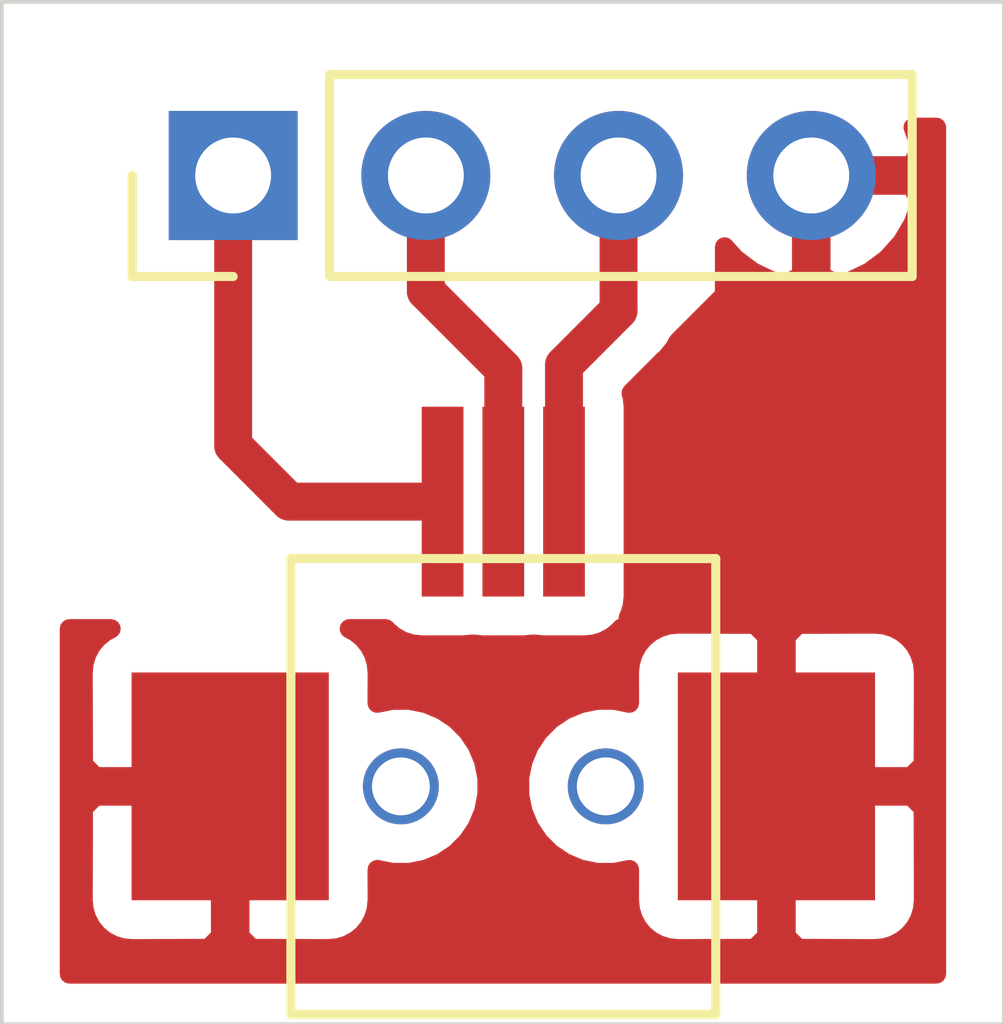
<source format=kicad_pcb>
(kicad_pcb (version 20171130) (host pcbnew "(5.1.9)-1")

  (general
    (thickness 1.6)
    (drawings 4)
    (tracks 9)
    (zones 0)
    (modules 2)
    (nets 5)
  )

  (page A4)
  (layers
    (0 F.Cu signal)
    (31 B.Cu signal)
    (32 B.Adhes user)
    (33 F.Adhes user)
    (34 B.Paste user)
    (35 F.Paste user)
    (36 B.SilkS user)
    (37 F.SilkS user)
    (38 B.Mask user)
    (39 F.Mask user)
    (40 Dwgs.User user)
    (41 Cmts.User user hide)
    (42 Eco1.User user)
    (43 Eco2.User user)
    (44 Edge.Cuts user)
    (45 Margin user)
    (46 B.CrtYd user)
    (47 F.CrtYd user)
    (48 B.Fab user)
    (49 F.Fab user)
  )

  (setup
    (last_trace_width 0.5)
    (user_trace_width 0.25)
    (user_trace_width 0.5)
    (user_trace_width 0.75)
    (user_trace_width 1)
    (trace_clearance 0.2)
    (zone_clearance 0.508)
    (zone_45_only no)
    (trace_min 0.2)
    (via_size 0.8)
    (via_drill 0.4)
    (via_min_size 0.4)
    (via_min_drill 0.3)
    (uvia_size 0.3)
    (uvia_drill 0.1)
    (uvias_allowed no)
    (uvia_min_size 0.2)
    (uvia_min_drill 0.1)
    (edge_width 0.05)
    (segment_width 0.2)
    (pcb_text_width 0.3)
    (pcb_text_size 1.5 1.5)
    (mod_edge_width 0.12)
    (mod_text_size 1 1)
    (mod_text_width 0.15)
    (pad_size 1.524 1.524)
    (pad_drill 0.762)
    (pad_to_mask_clearance 0)
    (aux_axis_origin 0 0)
    (visible_elements FFFFFF7F)
    (pcbplotparams
      (layerselection 0x010fc_ffffffff)
      (usegerberextensions false)
      (usegerberattributes true)
      (usegerberadvancedattributes true)
      (creategerberjobfile true)
      (excludeedgelayer true)
      (linewidth 0.100000)
      (plotframeref false)
      (viasonmask false)
      (mode 1)
      (useauxorigin false)
      (hpglpennumber 1)
      (hpglpenspeed 20)
      (hpglpendiameter 15.000000)
      (psnegative false)
      (psa4output false)
      (plotreference true)
      (plotvalue true)
      (plotinvisibletext false)
      (padsonsilk false)
      (subtractmaskfromsilk false)
      (outputformat 1)
      (mirror false)
      (drillshape 0)
      (scaleselection 1)
      (outputdirectory "plots/"))
  )

  (net 0 "")
  (net 1 "Net-(J1-Pad4)")
  (net 2 "Net-(J1-Pad3)")
  (net 3 "Net-(J1-Pad2)")
  (net 4 "Net-(J1-Pad1)")

  (net_class Default "This is the default net class."
    (clearance 0.2)
    (trace_width 0.25)
    (via_dia 0.8)
    (via_drill 0.4)
    (uvia_dia 0.3)
    (uvia_drill 0.1)
    (add_net "Net-(J1-Pad1)")
    (add_net "Net-(J1-Pad2)")
    (add_net "Net-(J1-Pad3)")
    (add_net "Net-(J1-Pad4)")
  )

  (module prints:MQ172-3pin (layer F.Cu) (tedit 6134BBD3) (tstamp 61351DC5)
    (at 174.249 113.963)
    (path /6134C7D8)
    (fp_text reference J2 (at 11.684 -12.454) (layer Cmts.User)
      (effects (font (size 1 1) (thickness 0.15)))
    )
    (fp_text value MQ172-3pin (at 11.684 -13.454) (layer Cmts.User)
      (effects (font (size 1 1) (thickness 0.15)))
    )
    (fp_line (start -6 3) (end 6 3) (layer F.CrtYd) (width 0.12))
    (fp_line (start -6 -6) (end -6 3) (layer F.CrtYd) (width 0.12))
    (fp_line (start 6 -6) (end -6 -6) (layer F.CrtYd) (width 0.12))
    (fp_line (start 6 3) (end 6 -6) (layer F.CrtYd) (width 0.12))
    (fp_line (start 2.8 3) (end -2.8 3) (layer F.SilkS) (width 0.12))
    (fp_line (start -2.8 -3) (end 2.8 -3) (layer F.SilkS) (width 0.12))
    (fp_line (start 2.8 -3) (end 2.8 3) (layer F.SilkS) (width 0.12))
    (fp_line (start -2.8 -3) (end -2.8 3) (layer F.SilkS) (width 0.12))
    (pad 1 smd rect (at -0.8 -3.75) (size 0.55 2.5) (layers F.Cu F.Paste F.Mask)
      (net 4 "Net-(J1-Pad1)"))
    (pad 3 smd rect (at 0.8 -3.75) (size 0.55 2.5) (layers F.Cu F.Paste F.Mask)
      (net 2 "Net-(J1-Pad3)"))
    (pad 2 smd rect (at 0 -3.75) (size 0.55 2.5) (layers F.Cu F.Paste F.Mask)
      (net 3 "Net-(J1-Pad2)"))
    (pad 0 smd rect (at -3.6 0) (size 2.6 3) (layers F.Cu F.Paste F.Mask)
      (net 1 "Net-(J1-Pad4)"))
    (pad 0 smd rect (at 3.6 0) (size 2.6 3) (layers F.Cu F.Paste F.Mask)
      (net 1 "Net-(J1-Pad4)"))
    (pad "" np_thru_hole circle (at 1.35 0) (size 1 1) (drill 0.762) (layers *.Cu *.Mask))
    (pad "" np_thru_hole circle (at -1.35 0) (size 1 1) (drill 0.762) (layers *.Cu *.Mask))
  )

  (module Connector_PinHeader_2.54mm:PinHeader_1x04_P2.54mm_Vertical (layer F.Cu) (tedit 59FED5CC) (tstamp 61351DB2)
    (at 170.688 105.918 90)
    (descr "Through hole straight pin header, 1x04, 2.54mm pitch, single row")
    (tags "Through hole pin header THT 1x04 2.54mm single row")
    (path /6134D62A)
    (fp_text reference J1 (at 0 -2.33 90) (layer Cmts.User)
      (effects (font (size 1 1) (thickness 0.15)))
    )
    (fp_text value Conn_01x04 (at 0 9.95 90) (layer Cmts.User)
      (effects (font (size 1 1) (thickness 0.15)))
    )
    (fp_text user %R (at 0 3.81) (layer Cmts.User)
      (effects (font (size 1 1) (thickness 0.15)))
    )
    (fp_line (start -0.635 -1.27) (end 1.27 -1.27) (layer F.Fab) (width 0.1))
    (fp_line (start 1.27 -1.27) (end 1.27 8.89) (layer F.Fab) (width 0.1))
    (fp_line (start 1.27 8.89) (end -1.27 8.89) (layer F.Fab) (width 0.1))
    (fp_line (start -1.27 8.89) (end -1.27 -0.635) (layer F.Fab) (width 0.1))
    (fp_line (start -1.27 -0.635) (end -0.635 -1.27) (layer F.Fab) (width 0.1))
    (fp_line (start -1.33 8.95) (end 1.33 8.95) (layer F.SilkS) (width 0.12))
    (fp_line (start -1.33 1.27) (end -1.33 8.95) (layer F.SilkS) (width 0.12))
    (fp_line (start 1.33 1.27) (end 1.33 8.95) (layer F.SilkS) (width 0.12))
    (fp_line (start -1.33 1.27) (end 1.33 1.27) (layer F.SilkS) (width 0.12))
    (fp_line (start -1.33 0) (end -1.33 -1.33) (layer F.SilkS) (width 0.12))
    (fp_line (start -1.33 -1.33) (end 0 -1.33) (layer F.SilkS) (width 0.12))
    (fp_line (start -1.8 -1.8) (end -1.8 9.4) (layer F.CrtYd) (width 0.05))
    (fp_line (start -1.8 9.4) (end 1.8 9.4) (layer F.CrtYd) (width 0.05))
    (fp_line (start 1.8 9.4) (end 1.8 -1.8) (layer F.CrtYd) (width 0.05))
    (fp_line (start 1.8 -1.8) (end -1.8 -1.8) (layer F.CrtYd) (width 0.05))
    (pad 4 thru_hole oval (at 0 7.62 90) (size 1.7 1.7) (drill 1) (layers *.Cu *.Mask)
      (net 1 "Net-(J1-Pad4)"))
    (pad 3 thru_hole oval (at 0 5.08 90) (size 1.7 1.7) (drill 1) (layers *.Cu *.Mask)
      (net 2 "Net-(J1-Pad3)"))
    (pad 2 thru_hole oval (at 0 2.54 90) (size 1.7 1.7) (drill 1) (layers *.Cu *.Mask)
      (net 3 "Net-(J1-Pad2)"))
    (pad 1 thru_hole rect (at 0 0 90) (size 1.7 1.7) (drill 1) (layers *.Cu *.Mask)
      (net 4 "Net-(J1-Pad1)"))
    (model ${KISYS3DMOD}/Connector_PinHeader_2.54mm.3dshapes/PinHeader_1x04_P2.54mm_Vertical.wrl
      (at (xyz 0 0 0))
      (scale (xyz 1 1 1))
      (rotate (xyz 0 0 0))
    )
  )

  (gr_line (start 180.848 103.632) (end 180.848 117.094) (layer Edge.Cuts) (width 0.05) (tstamp 61351EBD))
  (gr_line (start 167.64 103.632) (end 180.848 103.632) (layer Edge.Cuts) (width 0.05))
  (gr_line (start 167.64 117.094) (end 167.64 103.632) (layer Edge.Cuts) (width 0.05))
  (gr_line (start 180.848 117.094) (end 167.64 117.094) (layer Edge.Cuts) (width 0.05))

  (segment (start 175.049 110.213) (end 175.049 108.415) (width 0.5) (layer F.Cu) (net 2))
  (segment (start 175.768 107.696) (end 175.768 105.918) (width 0.5) (layer F.Cu) (net 2))
  (segment (start 175.049 108.415) (end 175.768 107.696) (width 0.5) (layer F.Cu) (net 2))
  (segment (start 174.249 108.463) (end 174.249 110.213) (width 0.5) (layer F.Cu) (net 3))
  (segment (start 173.228 107.442) (end 174.249 108.463) (width 0.5) (layer F.Cu) (net 3))
  (segment (start 173.228 105.918) (end 173.228 107.442) (width 0.5) (layer F.Cu) (net 3))
  (segment (start 173.449 110.213) (end 171.427 110.213) (width 0.5) (layer F.Cu) (net 4))
  (segment (start 170.688 109.474) (end 170.688 105.918) (width 0.5) (layer F.Cu) (net 4))
  (segment (start 171.427 110.213) (end 170.688 109.474) (width 0.5) (layer F.Cu) (net 4))

  (zone (net 1) (net_name "Net-(J1-Pad4)") (layer F.Cu) (tstamp 0) (hatch edge 0.508)
    (connect_pads (clearance 0.508))
    (min_thickness 0.254)
    (fill yes (arc_segments 32) (thermal_gap 0.508) (thermal_bridge_width 0.508))
    (polygon
      (pts
        (xy 180.086 116.84) (xy 168.402 116.84) (xy 168.402 111.76) (xy 175.768 111.76) (xy 175.768 108.712)
        (xy 177.038 107.442) (xy 177.038 105.156) (xy 180.086 105.156)
      )
    )
    (filled_polygon
      (pts
        (xy 179.959 116.434) (xy 168.529 116.434) (xy 168.529 115.463) (xy 168.710928 115.463) (xy 168.723188 115.587482)
        (xy 168.759498 115.70718) (xy 168.818463 115.817494) (xy 168.897815 115.914185) (xy 168.994506 115.993537) (xy 169.10482 116.052502)
        (xy 169.224518 116.088812) (xy 169.349 116.101072) (xy 170.36325 116.098) (xy 170.522 115.93925) (xy 170.522 114.09)
        (xy 168.87275 114.09) (xy 168.714 114.24875) (xy 168.710928 115.463) (xy 168.529 115.463) (xy 168.529 111.887)
        (xy 169.07956 111.887) (xy 168.994506 111.932463) (xy 168.897815 112.011815) (xy 168.818463 112.108506) (xy 168.759498 112.21882)
        (xy 168.723188 112.338518) (xy 168.710928 112.463) (xy 168.714 113.67725) (xy 168.87275 113.836) (xy 170.522 113.836)
        (xy 170.522 113.816) (xy 170.776 113.816) (xy 170.776 113.836) (xy 170.796 113.836) (xy 170.796 114.09)
        (xy 170.776 114.09) (xy 170.776 115.93925) (xy 170.93475 116.098) (xy 171.949 116.101072) (xy 172.073482 116.088812)
        (xy 172.19318 116.052502) (xy 172.303494 115.993537) (xy 172.400185 115.914185) (xy 172.479537 115.817494) (xy 172.538502 115.70718)
        (xy 172.574812 115.587482) (xy 172.587072 115.463) (xy 172.586047 115.057986) (xy 172.787212 115.098) (xy 173.010788 115.098)
        (xy 173.230067 115.054383) (xy 173.436624 114.968824) (xy 173.62252 114.844612) (xy 173.780612 114.68652) (xy 173.904824 114.500624)
        (xy 173.990383 114.294067) (xy 174.034 114.074788) (xy 174.034 113.851212) (xy 174.464 113.851212) (xy 174.464 114.074788)
        (xy 174.507617 114.294067) (xy 174.593176 114.500624) (xy 174.717388 114.68652) (xy 174.87548 114.844612) (xy 175.061376 114.968824)
        (xy 175.267933 115.054383) (xy 175.487212 115.098) (xy 175.710788 115.098) (xy 175.911953 115.057986) (xy 175.910928 115.463)
        (xy 175.923188 115.587482) (xy 175.959498 115.70718) (xy 176.018463 115.817494) (xy 176.097815 115.914185) (xy 176.194506 115.993537)
        (xy 176.30482 116.052502) (xy 176.424518 116.088812) (xy 176.549 116.101072) (xy 177.56325 116.098) (xy 177.722 115.93925)
        (xy 177.722 114.09) (xy 177.976 114.09) (xy 177.976 115.93925) (xy 178.13475 116.098) (xy 179.149 116.101072)
        (xy 179.273482 116.088812) (xy 179.39318 116.052502) (xy 179.503494 115.993537) (xy 179.600185 115.914185) (xy 179.679537 115.817494)
        (xy 179.738502 115.70718) (xy 179.774812 115.587482) (xy 179.787072 115.463) (xy 179.784 114.24875) (xy 179.62525 114.09)
        (xy 177.976 114.09) (xy 177.722 114.09) (xy 177.702 114.09) (xy 177.702 113.836) (xy 177.722 113.836)
        (xy 177.722 111.98675) (xy 177.976 111.98675) (xy 177.976 113.836) (xy 179.62525 113.836) (xy 179.784 113.67725)
        (xy 179.787072 112.463) (xy 179.774812 112.338518) (xy 179.738502 112.21882) (xy 179.679537 112.108506) (xy 179.600185 112.011815)
        (xy 179.503494 111.932463) (xy 179.39318 111.873498) (xy 179.273482 111.837188) (xy 179.149 111.824928) (xy 178.13475 111.828)
        (xy 177.976 111.98675) (xy 177.722 111.98675) (xy 177.56325 111.828) (xy 176.549 111.824928) (xy 176.424518 111.837188)
        (xy 176.30482 111.873498) (xy 176.194506 111.932463) (xy 176.097815 112.011815) (xy 176.018463 112.108506) (xy 175.959498 112.21882)
        (xy 175.923188 112.338518) (xy 175.910928 112.463) (xy 175.911953 112.868014) (xy 175.710788 112.828) (xy 175.487212 112.828)
        (xy 175.267933 112.871617) (xy 175.061376 112.957176) (xy 174.87548 113.081388) (xy 174.717388 113.23948) (xy 174.593176 113.425376)
        (xy 174.507617 113.631933) (xy 174.464 113.851212) (xy 174.034 113.851212) (xy 173.990383 113.631933) (xy 173.904824 113.425376)
        (xy 173.780612 113.23948) (xy 173.62252 113.081388) (xy 173.436624 112.957176) (xy 173.230067 112.871617) (xy 173.010788 112.828)
        (xy 172.787212 112.828) (xy 172.586047 112.868014) (xy 172.587072 112.463) (xy 172.574812 112.338518) (xy 172.538502 112.21882)
        (xy 172.479537 112.108506) (xy 172.400185 112.011815) (xy 172.303494 111.932463) (xy 172.21844 111.887) (xy 172.700505 111.887)
        (xy 172.722815 111.914185) (xy 172.819506 111.993537) (xy 172.92982 112.052502) (xy 173.049518 112.088812) (xy 173.174 112.101072)
        (xy 173.724 112.101072) (xy 173.848482 112.088812) (xy 173.849 112.088655) (xy 173.849518 112.088812) (xy 173.974 112.101072)
        (xy 174.524 112.101072) (xy 174.648482 112.088812) (xy 174.649 112.088655) (xy 174.649518 112.088812) (xy 174.774 112.101072)
        (xy 175.324 112.101072) (xy 175.448482 112.088812) (xy 175.56818 112.052502) (xy 175.678494 111.993537) (xy 175.775185 111.914185)
        (xy 175.801725 111.881845) (xy 175.816601 111.877333) (xy 175.838557 111.865597) (xy 175.857803 111.849803) (xy 175.873597 111.830557)
        (xy 175.885333 111.808601) (xy 175.89256 111.784776) (xy 175.895 111.76) (xy 175.895 111.741794) (xy 175.913502 111.70718)
        (xy 175.949812 111.587482) (xy 175.962072 111.463) (xy 175.962072 108.963) (xy 175.949812 108.838518) (xy 175.934 108.786393)
        (xy 175.934 108.781578) (xy 176.36305 108.352529) (xy 176.396817 108.324817) (xy 176.425793 108.289511) (xy 176.507411 108.190059)
        (xy 176.550889 108.108717) (xy 177.127803 107.531803) (xy 177.143597 107.512557) (xy 177.155333 107.490601) (xy 177.16256 107.466776)
        (xy 177.165 107.442) (xy 177.165 106.857242) (xy 177.307731 107.015588) (xy 177.54108 107.189641) (xy 177.803901 107.314825)
        (xy 177.95111 107.359476) (xy 178.181 107.238155) (xy 178.181 106.045) (xy 178.435 106.045) (xy 178.435 107.238155)
        (xy 178.66489 107.359476) (xy 178.812099 107.314825) (xy 179.07492 107.189641) (xy 179.308269 107.015588) (xy 179.503178 106.799355)
        (xy 179.652157 106.549252) (xy 179.749481 106.274891) (xy 179.628814 106.045) (xy 178.435 106.045) (xy 178.181 106.045)
        (xy 178.161 106.045) (xy 178.161 105.791) (xy 178.181 105.791) (xy 178.181 105.771) (xy 178.435 105.771)
        (xy 178.435 105.791) (xy 179.628814 105.791) (xy 179.749481 105.561109) (xy 179.652157 105.286748) (xy 179.649924 105.283)
        (xy 179.959 105.283)
      )
    )
  )
)

</source>
